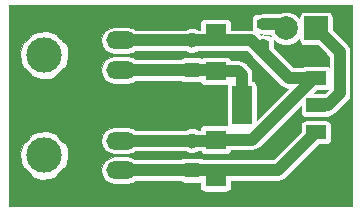
<source format=gbr>
G04 #@! TF.FileFunction,Copper,L2,Bot,Signal*
%FSLAX46Y46*%
G04 Gerber Fmt 4.6, Leading zero omitted, Abs format (unit mm)*
G04 Created by KiCad (PCBNEW 4.0.3-stable) date 09/13/16 11:07:30*
%MOMM*%
%LPD*%
G01*
G04 APERTURE LIST*
%ADD10C,0.100000*%
%ADD11C,1.300000*%
%ADD12R,1.300000X1.300000*%
%ADD13R,1.800000X1.600000*%
%ADD14O,2.500000X1.500000*%
%ADD15C,3.000000*%
%ADD16R,1.700000X1.200000*%
%ADD17R,1.700000X3.300000*%
%ADD18R,2.000000X2.000000*%
%ADD19C,2.000000*%
%ADD20R,1.000000X0.800000*%
%ADD21C,1.000000*%
%ADD22C,0.026000*%
G04 APERTURE END LIST*
D10*
D11*
X8000000Y-26000000D03*
D12*
X8000000Y-28500000D03*
D13*
X10000000Y-29100000D03*
X10000000Y-25900000D03*
X10000000Y-20100000D03*
X10000000Y-16900000D03*
D11*
X8000000Y-17500000D03*
D12*
X8000000Y-20000000D03*
D14*
X2000000Y-26000000D03*
X2000000Y-28500000D03*
D15*
X-4500000Y-27250000D03*
D14*
X2000000Y-17500000D03*
X2000000Y-20000000D03*
D15*
X-4500000Y-18750000D03*
D16*
X18500000Y-20700000D03*
X18500000Y-23000000D03*
X18500000Y-25300000D03*
D17*
X12200000Y-23000000D03*
D18*
X18500000Y-16500000D03*
D19*
X15960000Y-16500000D03*
D20*
X14000000Y-16100000D03*
X14000000Y-17900000D03*
D21*
X14000000Y-18500000D02*
X14000000Y-17900000D01*
X8000000Y-17500000D02*
X13000000Y-17500000D01*
X16200000Y-20700000D02*
X18500000Y-20700000D01*
X13000000Y-17500000D02*
X14000000Y-18500000D01*
X14000000Y-18500000D02*
X16200000Y-20700000D01*
X18500000Y-20700000D02*
X18300000Y-20700000D01*
X18300000Y-20700000D02*
X13100000Y-25900000D01*
X13100000Y-25900000D02*
X10000000Y-25900000D01*
X8000000Y-26000000D02*
X9900000Y-26000000D01*
X9900000Y-26000000D02*
X10000000Y-25900000D01*
X8000000Y-17500000D02*
X9400000Y-17500000D01*
X9400000Y-17500000D02*
X10000000Y-16900000D01*
X2000000Y-17500000D02*
X8000000Y-17500000D01*
X2000000Y-26000000D02*
X8000000Y-26000000D01*
X8000000Y-28500000D02*
X15300000Y-28500000D01*
X15300000Y-28500000D02*
X18500000Y-25300000D01*
X8000000Y-28500000D02*
X9400000Y-28500000D01*
X9400000Y-28500000D02*
X10000000Y-29100000D01*
X2000000Y-28500000D02*
X8000000Y-28500000D01*
X18500000Y-23000000D02*
X19500000Y-23000000D01*
X20500000Y-18500000D02*
X18500000Y-16500000D01*
X20500000Y-22000000D02*
X20500000Y-18500000D01*
X19500000Y-23000000D02*
X20500000Y-22000000D01*
X12200000Y-23000000D02*
X12200000Y-20400000D01*
X12200000Y-20400000D02*
X11900000Y-20100000D01*
X10000000Y-20100000D02*
X11900000Y-20100000D01*
X8000000Y-20000000D02*
X9900000Y-20000000D01*
X9900000Y-20000000D02*
X10000000Y-20100000D01*
X2000000Y-20000000D02*
X8000000Y-20000000D01*
X14000000Y-16100000D02*
X15560000Y-16100000D01*
X15560000Y-16100000D02*
X15960000Y-16500000D01*
D22*
G36*
X21512000Y-31512000D02*
X-7512000Y-31512000D01*
X-7512000Y-27006607D01*
X-6546169Y-27006607D01*
X-6483556Y-27808169D01*
X-6297271Y-28257901D01*
X-6024693Y-28433867D01*
X-6022960Y-28432134D01*
X-5682431Y-28773257D01*
X-5683867Y-28774693D01*
X-5507901Y-29047271D01*
X-4743393Y-29296169D01*
X-3941831Y-29233556D01*
X-3492099Y-29047271D01*
X-3316133Y-28774693D01*
X-3317866Y-28772960D01*
X-3044430Y-28500000D01*
X304420Y-28500000D01*
X392948Y-28945061D01*
X645055Y-29322365D01*
X1022359Y-29574472D01*
X1467420Y-29663000D01*
X2532580Y-29663000D01*
X2977641Y-29574472D01*
X3219300Y-29413000D01*
X7028459Y-29413000D01*
X7048159Y-29443614D01*
X7186172Y-29537915D01*
X7350000Y-29571091D01*
X8650000Y-29571091D01*
X8678909Y-29565651D01*
X8678909Y-29900000D01*
X8707707Y-30053049D01*
X8798159Y-30193614D01*
X8936172Y-30287915D01*
X9100000Y-30321091D01*
X10900000Y-30321091D01*
X11053049Y-30292293D01*
X11193614Y-30201841D01*
X11287915Y-30063828D01*
X11321091Y-29900000D01*
X11321091Y-29413000D01*
X15300000Y-29413000D01*
X15649390Y-29343502D01*
X15945588Y-29145588D01*
X18770086Y-26321091D01*
X19350000Y-26321091D01*
X19503049Y-26292293D01*
X19643614Y-26201841D01*
X19737915Y-26063828D01*
X19771091Y-25900000D01*
X19771091Y-24700000D01*
X19742293Y-24546951D01*
X19651841Y-24406386D01*
X19513828Y-24312085D01*
X19350000Y-24278909D01*
X17650000Y-24278909D01*
X17496951Y-24307707D01*
X17356386Y-24398159D01*
X17262085Y-24536172D01*
X17228909Y-24700000D01*
X17228909Y-25279914D01*
X14921824Y-27587000D01*
X8971541Y-27587000D01*
X8951841Y-27556386D01*
X8813828Y-27462085D01*
X8650000Y-27428909D01*
X7350000Y-27428909D01*
X7196951Y-27457707D01*
X7056386Y-27548159D01*
X7029847Y-27587000D01*
X3219300Y-27587000D01*
X2977641Y-27425528D01*
X2532580Y-27337000D01*
X1467420Y-27337000D01*
X1022359Y-27425528D01*
X645055Y-27677635D01*
X392948Y-28054939D01*
X304420Y-28500000D01*
X-3044430Y-28500000D01*
X-2976743Y-28432431D01*
X-2975307Y-28433867D01*
X-2702729Y-28257901D01*
X-2453831Y-27493393D01*
X-2516444Y-26691831D01*
X-2702729Y-26242099D01*
X-2975307Y-26066133D01*
X-2977040Y-26067866D01*
X-3317569Y-25726743D01*
X-3316133Y-25725307D01*
X-3492099Y-25452729D01*
X-4256607Y-25203831D01*
X-5058169Y-25266444D01*
X-5507901Y-25452729D01*
X-5683867Y-25725307D01*
X-5682134Y-25727040D01*
X-6023257Y-26067569D01*
X-6024693Y-26066133D01*
X-6297271Y-26242099D01*
X-6546169Y-27006607D01*
X-7512000Y-27006607D01*
X-7512000Y-18506607D01*
X-6546169Y-18506607D01*
X-6483556Y-19308169D01*
X-6297271Y-19757901D01*
X-6024693Y-19933867D01*
X-6022960Y-19932134D01*
X-5682431Y-20273257D01*
X-5683867Y-20274693D01*
X-5507901Y-20547271D01*
X-4743393Y-20796169D01*
X-3941831Y-20733556D01*
X-3492099Y-20547271D01*
X-3316133Y-20274693D01*
X-3317866Y-20272960D01*
X-2976743Y-19932431D01*
X-2975307Y-19933867D01*
X-2702729Y-19757901D01*
X-2453831Y-18993393D01*
X-2516444Y-18191831D01*
X-2702729Y-17742099D01*
X-2975307Y-17566133D01*
X-2977040Y-17567866D01*
X-3044787Y-17500000D01*
X304420Y-17500000D01*
X392948Y-17945061D01*
X645055Y-18322365D01*
X1022359Y-18574472D01*
X1467420Y-18663000D01*
X2532580Y-18663000D01*
X2977641Y-18574472D01*
X3219300Y-18413000D01*
X7426834Y-18413000D01*
X7787629Y-18562815D01*
X8210516Y-18563184D01*
X8573989Y-18413000D01*
X12621824Y-18413000D01*
X13354412Y-19145589D01*
X13354415Y-19145591D01*
X15554412Y-21345589D01*
X15850610Y-21543502D01*
X16113107Y-21595716D01*
X13471091Y-24237733D01*
X13471091Y-21350000D01*
X13442293Y-21196951D01*
X13351841Y-21056386D01*
X13213828Y-20962085D01*
X13113000Y-20941667D01*
X13113000Y-20400000D01*
X13043502Y-20050610D01*
X12967037Y-19936172D01*
X12845588Y-19754411D01*
X12545588Y-19454412D01*
X12249390Y-19256498D01*
X11900000Y-19187000D01*
X11299829Y-19187000D01*
X11292293Y-19146951D01*
X11201841Y-19006386D01*
X11063828Y-18912085D01*
X10900000Y-18878909D01*
X9100000Y-18878909D01*
X8946951Y-18907707D01*
X8837408Y-18978197D01*
X8813828Y-18962085D01*
X8650000Y-18928909D01*
X7350000Y-18928909D01*
X7196951Y-18957707D01*
X7056386Y-19048159D01*
X7029847Y-19087000D01*
X3219300Y-19087000D01*
X2977641Y-18925528D01*
X2532580Y-18837000D01*
X1467420Y-18837000D01*
X1022359Y-18925528D01*
X645055Y-19177635D01*
X392948Y-19554939D01*
X304420Y-20000000D01*
X392948Y-20445061D01*
X645055Y-20822365D01*
X1022359Y-21074472D01*
X1467420Y-21163000D01*
X2532580Y-21163000D01*
X2977641Y-21074472D01*
X3219300Y-20913000D01*
X7028459Y-20913000D01*
X7048159Y-20943614D01*
X7186172Y-21037915D01*
X7350000Y-21071091D01*
X8650000Y-21071091D01*
X8711830Y-21059457D01*
X8798159Y-21193614D01*
X8936172Y-21287915D01*
X9100000Y-21321091D01*
X10900000Y-21321091D01*
X10936140Y-21314291D01*
X10928909Y-21350000D01*
X10928909Y-24650000D01*
X10935709Y-24686140D01*
X10900000Y-24678909D01*
X9100000Y-24678909D01*
X8946951Y-24707707D01*
X8806386Y-24798159D01*
X8712085Y-24936172D01*
X8681542Y-25087000D01*
X8573166Y-25087000D01*
X8212371Y-24937185D01*
X7789484Y-24936816D01*
X7426011Y-25087000D01*
X3219300Y-25087000D01*
X2977641Y-24925528D01*
X2532580Y-24837000D01*
X1467420Y-24837000D01*
X1022359Y-24925528D01*
X645055Y-25177635D01*
X392948Y-25554939D01*
X304420Y-26000000D01*
X392948Y-26445061D01*
X645055Y-26822365D01*
X1022359Y-27074472D01*
X1467420Y-27163000D01*
X2532580Y-27163000D01*
X2977641Y-27074472D01*
X3219300Y-26913000D01*
X7426834Y-26913000D01*
X7787629Y-27062815D01*
X8210516Y-27063184D01*
X8573989Y-26913000D01*
X8746285Y-26913000D01*
X8798159Y-26993614D01*
X8936172Y-27087915D01*
X9100000Y-27121091D01*
X10900000Y-27121091D01*
X11053049Y-27092293D01*
X11193614Y-27001841D01*
X11287915Y-26863828D01*
X11298208Y-26813000D01*
X13100000Y-26813000D01*
X13449390Y-26743502D01*
X13745588Y-26545588D01*
X17228909Y-23062268D01*
X17228909Y-23600000D01*
X17257707Y-23753049D01*
X17348159Y-23893614D01*
X17486172Y-23987915D01*
X17650000Y-24021091D01*
X19350000Y-24021091D01*
X19503049Y-23992293D01*
X19643614Y-23901841D01*
X19657379Y-23881695D01*
X19849390Y-23843502D01*
X20145588Y-23645588D01*
X21145589Y-22645588D01*
X21343502Y-22349390D01*
X21413000Y-22000000D01*
X21413000Y-18500000D01*
X21343502Y-18150610D01*
X21304536Y-18092293D01*
X21145588Y-17854411D01*
X19921091Y-16629915D01*
X19921091Y-15500000D01*
X19892293Y-15346951D01*
X19801841Y-15206386D01*
X19663828Y-15112085D01*
X19500000Y-15078909D01*
X17500000Y-15078909D01*
X17346951Y-15107707D01*
X17206386Y-15198159D01*
X17112085Y-15336172D01*
X17078909Y-15500000D01*
X17078909Y-15620835D01*
X16761445Y-15302816D01*
X16242296Y-15087246D01*
X15680170Y-15086756D01*
X15437561Y-15187000D01*
X14000000Y-15187000D01*
X13650610Y-15256498D01*
X13617070Y-15278909D01*
X13500000Y-15278909D01*
X13346951Y-15307707D01*
X13206386Y-15398159D01*
X13112085Y-15536172D01*
X13078909Y-15700000D01*
X13078909Y-16500000D01*
X13098984Y-16606689D01*
X13000000Y-16587000D01*
X11321091Y-16587000D01*
X11321091Y-16100000D01*
X11292293Y-15946951D01*
X11201841Y-15806386D01*
X11063828Y-15712085D01*
X10900000Y-15678909D01*
X9100000Y-15678909D01*
X8946951Y-15707707D01*
X8806386Y-15798159D01*
X8712085Y-15936172D01*
X8678909Y-16100000D01*
X8678909Y-16587000D01*
X8573166Y-16587000D01*
X8212371Y-16437185D01*
X7789484Y-16436816D01*
X7426011Y-16587000D01*
X3219300Y-16587000D01*
X2977641Y-16425528D01*
X2532580Y-16337000D01*
X1467420Y-16337000D01*
X1022359Y-16425528D01*
X645055Y-16677635D01*
X392948Y-17054939D01*
X304420Y-17500000D01*
X-3044787Y-17500000D01*
X-3317569Y-17226743D01*
X-3316133Y-17225307D01*
X-3492099Y-16952729D01*
X-4256607Y-16703831D01*
X-5058169Y-16766444D01*
X-5507901Y-16952729D01*
X-5683867Y-17225307D01*
X-5682134Y-17227040D01*
X-6023257Y-17567569D01*
X-6024693Y-17566133D01*
X-6297271Y-17742099D01*
X-6546169Y-18506607D01*
X-7512000Y-18506607D01*
X-7512000Y-14488000D01*
X21512000Y-14488000D01*
X21512000Y-31512000D01*
X21512000Y-31512000D01*
G37*
X21512000Y-31512000D02*
X-7512000Y-31512000D01*
X-7512000Y-27006607D01*
X-6546169Y-27006607D01*
X-6483556Y-27808169D01*
X-6297271Y-28257901D01*
X-6024693Y-28433867D01*
X-6022960Y-28432134D01*
X-5682431Y-28773257D01*
X-5683867Y-28774693D01*
X-5507901Y-29047271D01*
X-4743393Y-29296169D01*
X-3941831Y-29233556D01*
X-3492099Y-29047271D01*
X-3316133Y-28774693D01*
X-3317866Y-28772960D01*
X-3044430Y-28500000D01*
X304420Y-28500000D01*
X392948Y-28945061D01*
X645055Y-29322365D01*
X1022359Y-29574472D01*
X1467420Y-29663000D01*
X2532580Y-29663000D01*
X2977641Y-29574472D01*
X3219300Y-29413000D01*
X7028459Y-29413000D01*
X7048159Y-29443614D01*
X7186172Y-29537915D01*
X7350000Y-29571091D01*
X8650000Y-29571091D01*
X8678909Y-29565651D01*
X8678909Y-29900000D01*
X8707707Y-30053049D01*
X8798159Y-30193614D01*
X8936172Y-30287915D01*
X9100000Y-30321091D01*
X10900000Y-30321091D01*
X11053049Y-30292293D01*
X11193614Y-30201841D01*
X11287915Y-30063828D01*
X11321091Y-29900000D01*
X11321091Y-29413000D01*
X15300000Y-29413000D01*
X15649390Y-29343502D01*
X15945588Y-29145588D01*
X18770086Y-26321091D01*
X19350000Y-26321091D01*
X19503049Y-26292293D01*
X19643614Y-26201841D01*
X19737915Y-26063828D01*
X19771091Y-25900000D01*
X19771091Y-24700000D01*
X19742293Y-24546951D01*
X19651841Y-24406386D01*
X19513828Y-24312085D01*
X19350000Y-24278909D01*
X17650000Y-24278909D01*
X17496951Y-24307707D01*
X17356386Y-24398159D01*
X17262085Y-24536172D01*
X17228909Y-24700000D01*
X17228909Y-25279914D01*
X14921824Y-27587000D01*
X8971541Y-27587000D01*
X8951841Y-27556386D01*
X8813828Y-27462085D01*
X8650000Y-27428909D01*
X7350000Y-27428909D01*
X7196951Y-27457707D01*
X7056386Y-27548159D01*
X7029847Y-27587000D01*
X3219300Y-27587000D01*
X2977641Y-27425528D01*
X2532580Y-27337000D01*
X1467420Y-27337000D01*
X1022359Y-27425528D01*
X645055Y-27677635D01*
X392948Y-28054939D01*
X304420Y-28500000D01*
X-3044430Y-28500000D01*
X-2976743Y-28432431D01*
X-2975307Y-28433867D01*
X-2702729Y-28257901D01*
X-2453831Y-27493393D01*
X-2516444Y-26691831D01*
X-2702729Y-26242099D01*
X-2975307Y-26066133D01*
X-2977040Y-26067866D01*
X-3317569Y-25726743D01*
X-3316133Y-25725307D01*
X-3492099Y-25452729D01*
X-4256607Y-25203831D01*
X-5058169Y-25266444D01*
X-5507901Y-25452729D01*
X-5683867Y-25725307D01*
X-5682134Y-25727040D01*
X-6023257Y-26067569D01*
X-6024693Y-26066133D01*
X-6297271Y-26242099D01*
X-6546169Y-27006607D01*
X-7512000Y-27006607D01*
X-7512000Y-18506607D01*
X-6546169Y-18506607D01*
X-6483556Y-19308169D01*
X-6297271Y-19757901D01*
X-6024693Y-19933867D01*
X-6022960Y-19932134D01*
X-5682431Y-20273257D01*
X-5683867Y-20274693D01*
X-5507901Y-20547271D01*
X-4743393Y-20796169D01*
X-3941831Y-20733556D01*
X-3492099Y-20547271D01*
X-3316133Y-20274693D01*
X-3317866Y-20272960D01*
X-2976743Y-19932431D01*
X-2975307Y-19933867D01*
X-2702729Y-19757901D01*
X-2453831Y-18993393D01*
X-2516444Y-18191831D01*
X-2702729Y-17742099D01*
X-2975307Y-17566133D01*
X-2977040Y-17567866D01*
X-3044787Y-17500000D01*
X304420Y-17500000D01*
X392948Y-17945061D01*
X645055Y-18322365D01*
X1022359Y-18574472D01*
X1467420Y-18663000D01*
X2532580Y-18663000D01*
X2977641Y-18574472D01*
X3219300Y-18413000D01*
X7426834Y-18413000D01*
X7787629Y-18562815D01*
X8210516Y-18563184D01*
X8573989Y-18413000D01*
X12621824Y-18413000D01*
X13354412Y-19145589D01*
X13354415Y-19145591D01*
X15554412Y-21345589D01*
X15850610Y-21543502D01*
X16113107Y-21595716D01*
X13471091Y-24237733D01*
X13471091Y-21350000D01*
X13442293Y-21196951D01*
X13351841Y-21056386D01*
X13213828Y-20962085D01*
X13113000Y-20941667D01*
X13113000Y-20400000D01*
X13043502Y-20050610D01*
X12967037Y-19936172D01*
X12845588Y-19754411D01*
X12545588Y-19454412D01*
X12249390Y-19256498D01*
X11900000Y-19187000D01*
X11299829Y-19187000D01*
X11292293Y-19146951D01*
X11201841Y-19006386D01*
X11063828Y-18912085D01*
X10900000Y-18878909D01*
X9100000Y-18878909D01*
X8946951Y-18907707D01*
X8837408Y-18978197D01*
X8813828Y-18962085D01*
X8650000Y-18928909D01*
X7350000Y-18928909D01*
X7196951Y-18957707D01*
X7056386Y-19048159D01*
X7029847Y-19087000D01*
X3219300Y-19087000D01*
X2977641Y-18925528D01*
X2532580Y-18837000D01*
X1467420Y-18837000D01*
X1022359Y-18925528D01*
X645055Y-19177635D01*
X392948Y-19554939D01*
X304420Y-20000000D01*
X392948Y-20445061D01*
X645055Y-20822365D01*
X1022359Y-21074472D01*
X1467420Y-21163000D01*
X2532580Y-21163000D01*
X2977641Y-21074472D01*
X3219300Y-20913000D01*
X7028459Y-20913000D01*
X7048159Y-20943614D01*
X7186172Y-21037915D01*
X7350000Y-21071091D01*
X8650000Y-21071091D01*
X8711830Y-21059457D01*
X8798159Y-21193614D01*
X8936172Y-21287915D01*
X9100000Y-21321091D01*
X10900000Y-21321091D01*
X10936140Y-21314291D01*
X10928909Y-21350000D01*
X10928909Y-24650000D01*
X10935709Y-24686140D01*
X10900000Y-24678909D01*
X9100000Y-24678909D01*
X8946951Y-24707707D01*
X8806386Y-24798159D01*
X8712085Y-24936172D01*
X8681542Y-25087000D01*
X8573166Y-25087000D01*
X8212371Y-24937185D01*
X7789484Y-24936816D01*
X7426011Y-25087000D01*
X3219300Y-25087000D01*
X2977641Y-24925528D01*
X2532580Y-24837000D01*
X1467420Y-24837000D01*
X1022359Y-24925528D01*
X645055Y-25177635D01*
X392948Y-25554939D01*
X304420Y-26000000D01*
X392948Y-26445061D01*
X645055Y-26822365D01*
X1022359Y-27074472D01*
X1467420Y-27163000D01*
X2532580Y-27163000D01*
X2977641Y-27074472D01*
X3219300Y-26913000D01*
X7426834Y-26913000D01*
X7787629Y-27062815D01*
X8210516Y-27063184D01*
X8573989Y-26913000D01*
X8746285Y-26913000D01*
X8798159Y-26993614D01*
X8936172Y-27087915D01*
X9100000Y-27121091D01*
X10900000Y-27121091D01*
X11053049Y-27092293D01*
X11193614Y-27001841D01*
X11287915Y-26863828D01*
X11298208Y-26813000D01*
X13100000Y-26813000D01*
X13449390Y-26743502D01*
X13745588Y-26545588D01*
X17228909Y-23062268D01*
X17228909Y-23600000D01*
X17257707Y-23753049D01*
X17348159Y-23893614D01*
X17486172Y-23987915D01*
X17650000Y-24021091D01*
X19350000Y-24021091D01*
X19503049Y-23992293D01*
X19643614Y-23901841D01*
X19657379Y-23881695D01*
X19849390Y-23843502D01*
X20145588Y-23645588D01*
X21145589Y-22645588D01*
X21343502Y-22349390D01*
X21413000Y-22000000D01*
X21413000Y-18500000D01*
X21343502Y-18150610D01*
X21304536Y-18092293D01*
X21145588Y-17854411D01*
X19921091Y-16629915D01*
X19921091Y-15500000D01*
X19892293Y-15346951D01*
X19801841Y-15206386D01*
X19663828Y-15112085D01*
X19500000Y-15078909D01*
X17500000Y-15078909D01*
X17346951Y-15107707D01*
X17206386Y-15198159D01*
X17112085Y-15336172D01*
X17078909Y-15500000D01*
X17078909Y-15620835D01*
X16761445Y-15302816D01*
X16242296Y-15087246D01*
X15680170Y-15086756D01*
X15437561Y-15187000D01*
X14000000Y-15187000D01*
X13650610Y-15256498D01*
X13617070Y-15278909D01*
X13500000Y-15278909D01*
X13346951Y-15307707D01*
X13206386Y-15398159D01*
X13112085Y-15536172D01*
X13078909Y-15700000D01*
X13078909Y-16500000D01*
X13098984Y-16606689D01*
X13000000Y-16587000D01*
X11321091Y-16587000D01*
X11321091Y-16100000D01*
X11292293Y-15946951D01*
X11201841Y-15806386D01*
X11063828Y-15712085D01*
X10900000Y-15678909D01*
X9100000Y-15678909D01*
X8946951Y-15707707D01*
X8806386Y-15798159D01*
X8712085Y-15936172D01*
X8678909Y-16100000D01*
X8678909Y-16587000D01*
X8573166Y-16587000D01*
X8212371Y-16437185D01*
X7789484Y-16436816D01*
X7426011Y-16587000D01*
X3219300Y-16587000D01*
X2977641Y-16425528D01*
X2532580Y-16337000D01*
X1467420Y-16337000D01*
X1022359Y-16425528D01*
X645055Y-16677635D01*
X392948Y-17054939D01*
X304420Y-17500000D01*
X-3044787Y-17500000D01*
X-3317569Y-17226743D01*
X-3316133Y-17225307D01*
X-3492099Y-16952729D01*
X-4256607Y-16703831D01*
X-5058169Y-16766444D01*
X-5507901Y-16952729D01*
X-5683867Y-17225307D01*
X-5682134Y-17227040D01*
X-6023257Y-17567569D01*
X-6024693Y-17566133D01*
X-6297271Y-17742099D01*
X-6546169Y-18506607D01*
X-7512000Y-18506607D01*
X-7512000Y-14488000D01*
X21512000Y-14488000D01*
X21512000Y-31512000D01*
G36*
X19229915Y-21978909D02*
X18312268Y-21978909D01*
X18570086Y-21721091D01*
X19350000Y-21721091D01*
X19503049Y-21692293D01*
X19540864Y-21667960D01*
X19229915Y-21978909D01*
X19229915Y-21978909D01*
G37*
X19229915Y-21978909D02*
X18312268Y-21978909D01*
X18570086Y-21721091D01*
X19350000Y-21721091D01*
X19503049Y-21692293D01*
X19540864Y-21667960D01*
X19229915Y-21978909D01*
G36*
X17078909Y-17500000D02*
X17107707Y-17653049D01*
X17198159Y-17793614D01*
X17336172Y-17887915D01*
X17500000Y-17921091D01*
X18629915Y-17921091D01*
X19587000Y-18878177D01*
X19587000Y-19762082D01*
X19513828Y-19712085D01*
X19350000Y-19678909D01*
X17650000Y-19678909D01*
X17496951Y-19707707D01*
X17373727Y-19787000D01*
X16578177Y-19787000D01*
X14921091Y-18129915D01*
X14921091Y-17500000D01*
X14911655Y-17449853D01*
X15158555Y-17697184D01*
X15677704Y-17912754D01*
X16239830Y-17913244D01*
X16759354Y-17698581D01*
X17078909Y-17379583D01*
X17078909Y-17500000D01*
X17078909Y-17500000D01*
G37*
X17078909Y-17500000D02*
X17107707Y-17653049D01*
X17198159Y-17793614D01*
X17336172Y-17887915D01*
X17500000Y-17921091D01*
X18629915Y-17921091D01*
X19587000Y-18878177D01*
X19587000Y-19762082D01*
X19513828Y-19712085D01*
X19350000Y-19678909D01*
X17650000Y-19678909D01*
X17496951Y-19707707D01*
X17373727Y-19787000D01*
X16578177Y-19787000D01*
X14921091Y-18129915D01*
X14921091Y-17500000D01*
X14911655Y-17449853D01*
X15158555Y-17697184D01*
X15677704Y-17912754D01*
X16239830Y-17913244D01*
X16759354Y-17698581D01*
X17078909Y-17379583D01*
X17078909Y-17500000D01*
G36*
X14691993Y-17131329D02*
X14663828Y-17112085D01*
X14500000Y-17078909D01*
X14382930Y-17078909D01*
X14349390Y-17056498D01*
X14130711Y-17013000D01*
X14643100Y-17013000D01*
X14691993Y-17131329D01*
X14691993Y-17131329D01*
G37*
X14691993Y-17131329D02*
X14663828Y-17112085D01*
X14500000Y-17078909D01*
X14382930Y-17078909D01*
X14349390Y-17056498D01*
X14130711Y-17013000D01*
X14643100Y-17013000D01*
X14691993Y-17131329D01*
G36*
X13934645Y-17000000D02*
X13814979Y-17023803D01*
X13755552Y-16964376D01*
X13934645Y-17000000D01*
X13934645Y-17000000D01*
G37*
X13934645Y-17000000D02*
X13814979Y-17023803D01*
X13755552Y-16964376D01*
X13934645Y-17000000D01*
M02*

</source>
